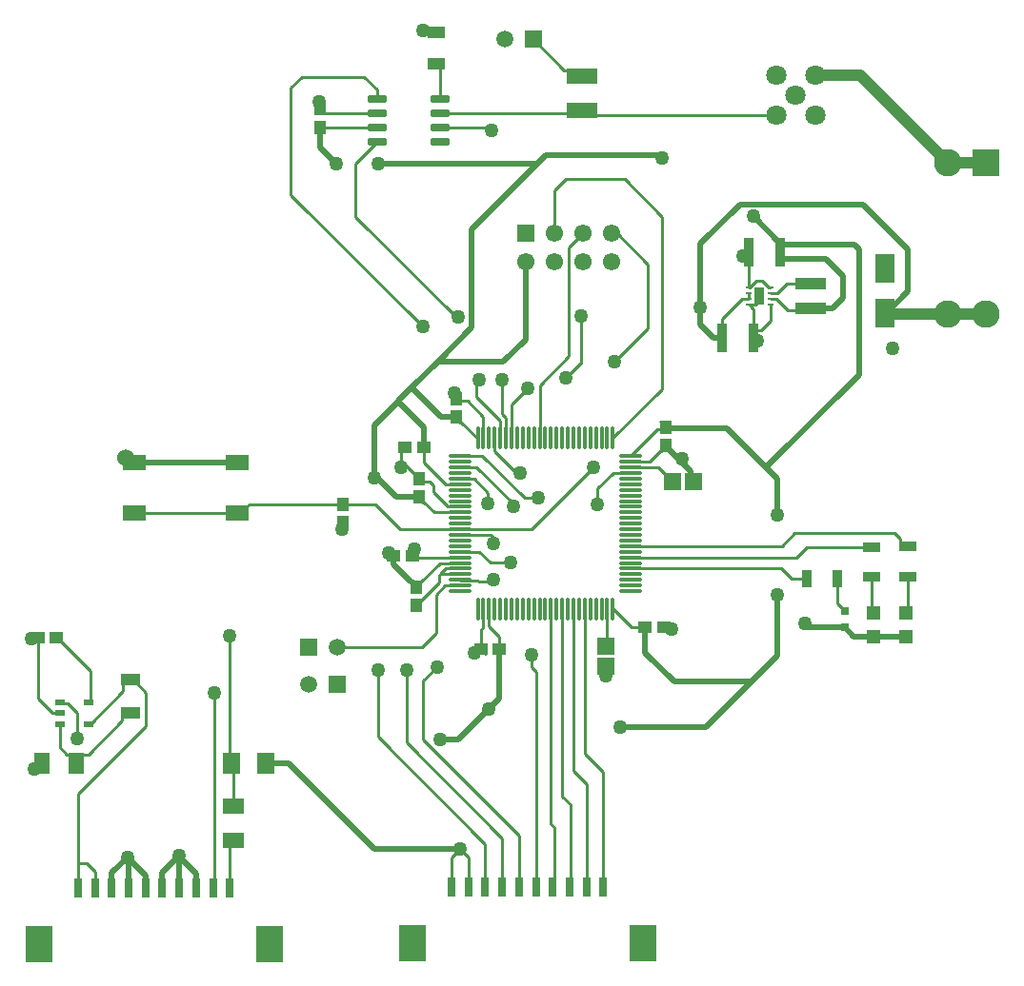
<source format=gbr>
%TF.GenerationSoftware,Altium Limited,Altium Designer,19.1.8 (144)*%
G04 Layer_Physical_Order=1*
G04 Layer_Color=255*
%FSLAX25Y25*%
%MOIN*%
%TF.FileFunction,Copper,L1,Top,Signal*%
%TF.Part,Single*%
G01*
G75*
%TA.AperFunction,Conductor*%
%ADD10C,0.01000*%
%TA.AperFunction,SMDPad,CuDef*%
G04:AMPARAMS|DCode=11|XSize=21.65mil|YSize=31.5mil|CornerRadius=1.95mil|HoleSize=0mil|Usage=FLASHONLY|Rotation=90.000|XOffset=0mil|YOffset=0mil|HoleType=Round|Shape=RoundedRectangle|*
%AMROUNDEDRECTD11*
21,1,0.02165,0.02760,0,0,90.0*
21,1,0.01776,0.03150,0,0,90.0*
1,1,0.00390,0.01380,0.00888*
1,1,0.00390,0.01380,-0.00888*
1,1,0.00390,-0.01380,-0.00888*
1,1,0.00390,-0.01380,0.00888*
%
%ADD11ROUNDEDRECTD11*%
%ADD12R,0.06299X0.03543*%
%ADD13R,0.03543X0.06299*%
%ADD14R,0.04724X0.04724*%
%ADD15R,0.03150X0.03150*%
%ADD16R,0.05315X0.07284*%
%ADD17R,0.07284X0.05315*%
%ADD18R,0.01968X0.01102*%
%ADD19R,0.03543X0.06299*%
%ADD20R,0.03740X0.10236*%
%ADD21R,0.04166X0.04749*%
%ADD22R,0.05924X0.06127*%
%ADD23R,0.04749X0.04166*%
%ADD24O,0.08268X0.01181*%
%ADD25O,0.01181X0.08268*%
%TA.AperFunction,ConnectorPad*%
%ADD26R,0.03150X0.06693*%
%ADD27R,0.09500X0.13000*%
%TA.AperFunction,SMDPad,CuDef*%
%ADD28R,0.06127X0.05924*%
%ADD29R,0.06693X0.09843*%
%ADD30R,0.08268X0.05512*%
%ADD31R,0.10630X0.03937*%
%ADD32R,0.05906X0.07480*%
%ADD33R,0.06693X0.04331*%
%ADD34R,0.11024X0.05709*%
G04:AMPARAMS|DCode=35|XSize=25.59mil|YSize=64.96mil|CornerRadius=1.92mil|HoleSize=0mil|Usage=FLASHONLY|Rotation=90.000|XOffset=0mil|YOffset=0mil|HoleType=Round|Shape=RoundedRectangle|*
%AMROUNDEDRECTD35*
21,1,0.02559,0.06112,0,0,90.0*
21,1,0.02175,0.06496,0,0,90.0*
1,1,0.00384,0.03056,0.01088*
1,1,0.00384,0.03056,-0.01088*
1,1,0.00384,-0.03056,-0.01088*
1,1,0.00384,-0.03056,0.01088*
%
%ADD35ROUNDEDRECTD35*%
%ADD36R,0.06496X0.04331*%
%TA.AperFunction,Conductor*%
%ADD37C,0.01968*%
%ADD38C,0.03937*%
%TA.AperFunction,ComponentPad*%
%ADD39C,0.09646*%
%ADD40R,0.09646X0.09646*%
%ADD41C,0.06102*%
%ADD42R,0.06102X0.06102*%
%ADD43C,0.05906*%
%ADD44R,0.05906X0.05906*%
%TA.AperFunction,ViaPad*%
%ADD45C,0.06000*%
%TA.AperFunction,ComponentPad*%
%ADD46C,0.07087*%
%TA.AperFunction,ViaPad*%
%ADD47C,0.05000*%
%ADD48C,0.01968*%
%ADD49C,0.07087*%
D10*
X173394Y322492D02*
G03*
X171772Y324114I-1622J0D01*
G01*
X62272Y104472D02*
Y108433D01*
X50783Y92984D02*
X62272Y104472D01*
X46161Y87894D02*
Y96752D01*
X46260Y96850D01*
X43012Y100098D02*
X46260Y96850D01*
X93783Y37189D02*
X94095Y37500D01*
X93783Y35531D02*
Y37189D01*
X94095Y37500D02*
Y103740D01*
X52445Y35531D02*
Y41059D01*
X49409Y44094D02*
X52445Y41059D01*
X46539Y44094D02*
X49409D01*
X223835Y82661D02*
X230394Y76102D01*
Y35724D02*
Y76102D01*
X163913Y151335D02*
X180134D01*
X218307Y221752D02*
Y259764D01*
X208087Y211531D02*
X218307Y221752D01*
X208087Y193067D02*
Y211531D01*
X178740Y235433D02*
X179429D01*
X143701Y270472D02*
X178740Y235433D01*
X50783Y100465D02*
Y111520D01*
X39173Y123130D02*
X50783Y111520D01*
X283776Y241516D02*
X285032Y242772D01*
X281291Y245724D02*
Y258193D01*
X283776Y239819D02*
Y241516D01*
X298904Y128224D02*
X300357Y126771D01*
X32520Y101732D02*
Y123224D01*
X37528Y96724D02*
X39760D01*
X32520Y101732D02*
X37528Y96724D01*
X65780Y108433D02*
X70374Y103839D01*
Y92327D02*
Y103839D01*
X46539Y68492D02*
X70374Y92327D01*
X64772Y108433D02*
X65780D01*
X40252Y84748D02*
X42634Y82366D01*
X43618D01*
X45776Y80209D01*
Y79224D02*
Y80209D01*
X40252Y84748D02*
Y92984D01*
X40618Y100098D02*
X43012D01*
X40252Y100465D02*
X40618Y100098D01*
X62272Y108433D02*
X64772D01*
X50291Y92984D02*
X50783D01*
X50122Y82366D02*
X61955Y94199D01*
X47933Y82366D02*
X50122D01*
X329085Y236663D02*
X329173Y236575D01*
X328839Y236909D02*
X329085Y236663D01*
X328985Y236564D02*
X331685Y233864D01*
X328839Y236711D02*
X328985Y236564D01*
X173394Y306724D02*
X221776D01*
X222772Y307720D01*
X233815Y180862D02*
X239976D01*
X228346Y175394D02*
X233815Y180862D01*
X228346Y169882D02*
Y175394D01*
X139272Y169808D02*
X150689D01*
X233268Y264724D02*
X235079D01*
X246063Y253740D01*
X218307Y259764D02*
X223268Y264724D01*
X213268D02*
Y279720D01*
X159449Y182874D02*
Y188154D01*
Y182874D02*
X159905D01*
X160890Y183858D01*
X163897Y180851D01*
X159449Y188154D02*
X161020Y189724D01*
X46539Y44094D02*
Y68492D01*
Y35531D02*
Y44094D01*
X217321Y214274D02*
X222390Y219342D01*
X222441Y219291D01*
Y236024D01*
X285839Y248224D02*
X288339Y245724D01*
X283791Y248224D02*
X285839D01*
X246063Y231516D02*
Y253740D01*
X234272Y219724D02*
X246063Y231516D01*
X237772Y283724D02*
X250984Y270512D01*
Y210374D02*
Y270512D01*
X233677Y193067D02*
X250984Y210374D01*
X191929Y142929D02*
Y143504D01*
X191724Y142724D02*
X191929Y142929D01*
X190945Y149409D02*
X197835D01*
X187051Y153303D02*
X190945Y149409D01*
X180134Y153303D02*
X187051D01*
X191929Y156299D02*
Y158268D01*
X190988Y159209D02*
X191929Y158268D01*
X189055Y35724D02*
Y50906D01*
X151575Y88386D02*
X189055Y50906D01*
X151575Y88386D02*
Y112008D01*
X161417Y86417D02*
X194960Y52874D01*
Y35724D02*
Y52874D01*
X161417Y86417D02*
Y112008D01*
X200866Y35724D02*
Y53858D01*
X167323Y87402D02*
X200866Y53858D01*
X167323Y87402D02*
Y108071D01*
X172244Y112992D01*
X189961Y171063D02*
Y174016D01*
X185083Y178894D02*
X189961Y174016D01*
X180134Y178894D02*
X185083D01*
X186067Y182831D02*
X198819Y170079D01*
Y169095D02*
Y170079D01*
X180134Y182831D02*
X186067D01*
X202756Y172047D02*
X207677D01*
X188035Y186768D02*
X202756Y172047D01*
X180134Y186768D02*
X188035D01*
X205272Y112724D02*
Y117224D01*
X199984Y180724D02*
X201272D01*
X192272Y188437D02*
X199984Y180724D01*
X192272Y188437D02*
Y189329D01*
X100366Y79224D02*
X100772Y78819D01*
X99410Y80181D02*
X100366Y79224D01*
X99410Y80181D02*
Y123819D01*
X186772Y142724D02*
X191724D01*
X180134Y159209D02*
X190988D01*
X173357Y145429D02*
X175326Y147398D01*
X180134D01*
X143701Y289173D02*
X151575Y297047D01*
X143701Y270472D02*
Y289173D01*
X151150Y311724D02*
Y315189D01*
X146653Y319685D02*
X151150Y315189D01*
X125000Y319685D02*
X146653D01*
X121063Y315748D02*
X125000Y319685D01*
X121063Y278346D02*
Y315748D01*
Y278346D02*
X167323Y232087D01*
X194882Y201575D02*
Y212402D01*
Y201575D02*
X196276Y200181D01*
Y193067D02*
Y200181D01*
X186024Y207480D02*
Y212402D01*
Y207480D02*
X194307Y199197D01*
Y193067D02*
Y199197D01*
X198244Y204937D02*
X203740Y210433D01*
X198244Y193067D02*
Y204937D01*
X172772Y220224D02*
X173272Y219724D01*
X192272Y189329D02*
X192304Y189361D01*
Y193032D01*
X192339Y193067D01*
X205272Y112724D02*
X206772Y111224D01*
Y35724D02*
Y111224D01*
X213272Y36319D02*
Y56724D01*
X212677Y35724D02*
X213272Y36319D01*
X212024Y57973D02*
X213272Y56724D01*
X212024Y57973D02*
Y133224D01*
X218772Y35913D02*
Y64724D01*
X218583Y35724D02*
X218772Y35913D01*
X215961Y67535D02*
X218772Y64724D01*
X215961Y67535D02*
Y133224D01*
X219898Y76598D02*
Y133224D01*
Y76598D02*
X224488Y72008D01*
X223835Y82661D02*
Y133224D01*
X224488Y35724D02*
Y72008D01*
X194024Y119224D02*
Y123472D01*
X205224Y161177D02*
X226772Y182724D01*
X180134Y161177D02*
X205224D01*
X217272Y283724D02*
X237772D01*
X213268Y279720D02*
X217272Y283724D01*
X187811Y119224D02*
X189394Y117641D01*
X187520Y119224D02*
X187811D01*
X292284Y258224D02*
Y259354D01*
X293653Y260724D01*
X137272Y119724D02*
X166772D01*
X171772Y124724D02*
Y138224D01*
X166772Y119724D02*
X171772Y124724D01*
X100772Y64228D02*
Y78819D01*
X99689Y51138D02*
X100772Y52220D01*
X99689Y35531D02*
Y51138D01*
X336272Y131858D02*
X336772Y132358D01*
Y144595D01*
X324272Y132358D02*
X324772Y131858D01*
X324272Y132358D02*
Y144409D01*
X312087Y135362D02*
X314772Y132677D01*
X312087Y135362D02*
Y143724D01*
X297272Y159724D02*
X332272D01*
X334250Y157746D01*
Y156496D02*
Y157746D01*
Y156496D02*
X335522Y155224D01*
X336772D01*
X292819Y155272D02*
X297272Y159724D01*
X239976Y155272D02*
X292819D01*
X239976Y151335D02*
X297882D01*
X301587Y155039D01*
X324272D01*
X296272Y143724D02*
X301457D01*
X292598Y147398D02*
X296272Y143724D01*
X239976Y147398D02*
X292598D01*
X298904Y128224D02*
X300772D01*
X186126Y143370D02*
X186772Y142724D01*
X180224Y143370D02*
X186126D01*
X180134Y143461D02*
X180224Y143370D01*
X171772Y138224D02*
X175039Y141492D01*
X180134D01*
X180272Y49224D02*
X183150Y46347D01*
Y35724D02*
Y46347D01*
X177244Y46197D02*
X180272Y49224D01*
X177244Y35724D02*
Y46197D01*
X158686Y205810D02*
Y206139D01*
X260751Y178792D02*
X261818Y177724D01*
X172772Y144843D02*
X173357Y145429D01*
X180134D01*
X172772Y142473D02*
Y144843D01*
X166646Y136347D02*
X172772Y142473D01*
X166355Y136347D02*
X166646D01*
X164772Y134764D02*
X166355Y136347D01*
X164772Y134473D02*
Y134764D01*
X166646Y142851D02*
X173161Y149366D01*
X166355Y142851D02*
X166646D01*
X164772Y141268D02*
X166355Y142851D01*
X173161Y149366D02*
X180134D01*
X163523Y151724D02*
X163913Y151335D01*
X157020Y151724D02*
X157021Y151723D01*
X162897Y142851D02*
X163189D01*
X164772Y140976D02*
Y141268D01*
X150272Y179224D02*
Y180224D01*
X163897Y180851D02*
X164189D01*
X165772Y179268D01*
Y178976D02*
Y179268D01*
X250397Y198851D02*
X250689D01*
X252272Y197268D01*
Y196976D02*
Y197268D01*
X251393Y196097D02*
X251832Y196537D01*
X81772Y46724D02*
X81972Y46524D01*
X63772Y46224D02*
X64256Y45740D01*
X45776Y80209D02*
X47933Y82366D01*
X61955Y94199D02*
Y95350D01*
X63620Y97016D01*
X64772D01*
X170772Y174183D02*
X175869Y169086D01*
X180099D01*
X180134Y169051D01*
X66358Y166866D02*
X102185D01*
X150689Y169808D02*
X159319Y161177D01*
X102185Y166866D02*
X103563D01*
X105819Y169122D01*
Y169390D01*
X106405Y169976D01*
X139272D01*
Y169808D02*
Y169976D01*
X159319Y161177D02*
X180134D01*
X170772Y174183D02*
Y176639D01*
X169686Y177724D02*
X170772Y176639D01*
X281724Y239819D02*
X283776D01*
X281776Y239335D02*
X282784Y238327D01*
X281776Y239335D02*
Y239768D01*
X281724Y239819D02*
X281776Y239768D01*
X281291Y239819D02*
X281724D01*
X282784Y229639D02*
Y238327D01*
X281260Y258224D02*
X281291Y258193D01*
X281776Y246209D02*
X283791Y248224D01*
X281776Y245776D02*
Y246209D01*
X281724Y245724D02*
X281776Y245776D01*
X281291Y245724D02*
X281724D01*
X288339D02*
X288772D01*
X302102Y237724D02*
X302772Y238394D01*
X294965Y237724D02*
X302102D01*
X290902Y241787D02*
X294965Y237724D01*
X288772Y241787D02*
X290902D01*
X291256Y243756D02*
X294555Y247055D01*
X302772D01*
X288772Y243756D02*
X291256D01*
X271760Y234740D02*
X278807Y241787D01*
X271760Y228224D02*
Y234740D01*
X278807Y241787D02*
X281291D01*
Y241870D02*
Y243756D01*
X282784Y229639D02*
X284154Y231009D01*
X285568D01*
X288772Y234213D01*
Y239819D01*
X328839Y236711D02*
Y236909D01*
X290772Y320144D02*
X292419D01*
X325992Y248463D02*
X328839Y251309D01*
Y252658D01*
X173394Y311724D02*
Y322492D01*
X190272Y301724D02*
X191272Y300724D01*
X173394Y301724D02*
X190272D01*
X205772Y332724D02*
X216526Y321970D01*
X220530D01*
X222772Y319728D01*
Y307720D02*
X224268Y306224D01*
X290772D01*
X131272Y301973D02*
X131520Y301724D01*
X151150D01*
X131272Y308308D02*
Y308476D01*
Y308308D02*
X132855Y306724D01*
X151150D01*
X246245Y182831D02*
X246276Y182799D01*
X249651D01*
X252162Y180288D01*
X252263D01*
X254725Y177826D01*
Y177724D02*
Y177826D01*
X239976Y182831D02*
X246245D01*
X249274Y196097D02*
X251393D01*
X239976Y186799D02*
X249274Y196097D01*
X239976Y186768D02*
Y186799D01*
Y184799D02*
X246598D01*
X250397Y188598D01*
X250689D01*
X252272Y190181D01*
X233799Y133102D02*
X240177Y126724D01*
X245020D01*
X231272Y120271D02*
X231709Y120708D01*
Y133224D01*
X187520Y119224D02*
Y125972D01*
X188402Y126854D01*
Y133224D01*
X190370Y127126D02*
X194024Y123472D01*
X190370Y127126D02*
Y133224D01*
X179524Y206224D02*
X182772D01*
X178772Y206976D02*
X179524Y206224D01*
X182772D02*
X188402Y200594D01*
Y193067D02*
Y200594D01*
X178772Y200181D02*
Y200472D01*
Y200181D02*
X180355Y198598D01*
X180646D01*
X186177Y193067D01*
X186433D01*
X175071Y176925D02*
X180134D01*
X167524Y184473D02*
X175071Y176925D01*
X167524Y184473D02*
Y189724D01*
X167024Y177724D02*
X169686D01*
X165772Y178976D02*
X167024Y177724D01*
X175887Y167083D02*
X175887Y167083D01*
X171161Y167083D02*
X175887D01*
X167646Y170598D02*
X171161Y167083D01*
X167355Y170598D02*
X167646D01*
X165772Y172181D02*
X167355Y170598D01*
X165772Y172181D02*
Y172473D01*
X175887Y167083D02*
X180134D01*
D11*
X40252Y100465D02*
D03*
Y96724D02*
D03*
Y92984D02*
D03*
X50291D02*
D03*
Y100465D02*
D03*
D12*
X336772Y155224D02*
D03*
Y144595D02*
D03*
X324272Y155039D02*
D03*
Y144409D02*
D03*
D13*
X301457Y143724D02*
D03*
X312087D02*
D03*
D14*
X336272Y123591D02*
D03*
Y131858D02*
D03*
X324772Y123591D02*
D03*
Y131858D02*
D03*
D15*
X314772Y126771D02*
D03*
Y132677D02*
D03*
D16*
X33768Y79224D02*
D03*
X45776D02*
D03*
D17*
X100772Y64228D02*
D03*
Y52220D02*
D03*
D18*
X281291Y245724D02*
D03*
Y243756D02*
D03*
Y241787D02*
D03*
Y239819D02*
D03*
X288772D02*
D03*
Y241787D02*
D03*
Y243756D02*
D03*
Y245724D02*
D03*
D19*
X285032Y242772D02*
D03*
D20*
X271760Y228224D02*
D03*
X282784D02*
D03*
X292284Y258224D02*
D03*
X281260D02*
D03*
D21*
X131272Y301973D02*
D03*
Y308476D02*
D03*
X165772Y178976D02*
D03*
Y172473D02*
D03*
X252272Y196976D02*
D03*
Y190472D02*
D03*
X178772Y200472D02*
D03*
Y206976D02*
D03*
X164772Y140976D02*
D03*
Y134473D02*
D03*
X139272Y169976D02*
D03*
Y163472D02*
D03*
D22*
X254725Y177724D02*
D03*
X261818D02*
D03*
D23*
X187520Y119224D02*
D03*
X194024D02*
D03*
X157020Y151724D02*
D03*
X163523D02*
D03*
X245020Y126724D02*
D03*
X251523D02*
D03*
X39024Y123224D02*
D03*
X32520D02*
D03*
X167524Y189724D02*
D03*
X161020D02*
D03*
D24*
X180134Y186768D02*
D03*
Y184799D02*
D03*
Y182831D02*
D03*
Y180862D02*
D03*
Y178894D02*
D03*
Y176925D02*
D03*
Y174957D02*
D03*
Y172988D02*
D03*
Y171020D02*
D03*
Y169051D02*
D03*
Y167083D02*
D03*
Y165114D02*
D03*
Y163146D02*
D03*
Y161177D02*
D03*
Y159209D02*
D03*
Y157240D02*
D03*
Y155272D02*
D03*
Y153303D02*
D03*
Y151335D02*
D03*
Y149366D02*
D03*
Y147398D02*
D03*
Y145429D02*
D03*
Y143461D02*
D03*
Y141492D02*
D03*
Y139524D02*
D03*
X239976D02*
D03*
Y141492D02*
D03*
Y143461D02*
D03*
Y145429D02*
D03*
Y147398D02*
D03*
Y149366D02*
D03*
Y151335D02*
D03*
Y153303D02*
D03*
Y155272D02*
D03*
Y157240D02*
D03*
Y159209D02*
D03*
Y161177D02*
D03*
Y163146D02*
D03*
Y165114D02*
D03*
Y167083D02*
D03*
Y169051D02*
D03*
Y171020D02*
D03*
Y172988D02*
D03*
Y174957D02*
D03*
Y176925D02*
D03*
Y178894D02*
D03*
Y180862D02*
D03*
Y182831D02*
D03*
Y184799D02*
D03*
Y186768D02*
D03*
D25*
X186433Y133224D02*
D03*
X188402D02*
D03*
X190370D02*
D03*
X192339D02*
D03*
X194307D02*
D03*
X196276D02*
D03*
X198244D02*
D03*
X200213D02*
D03*
X202181D02*
D03*
X204150D02*
D03*
X206118D02*
D03*
X208087D02*
D03*
X210055D02*
D03*
X212024D02*
D03*
X213992D02*
D03*
X215961D02*
D03*
X217929D02*
D03*
X219898D02*
D03*
X221866D02*
D03*
X223835D02*
D03*
X225803D02*
D03*
X227772D02*
D03*
X229740D02*
D03*
X231709D02*
D03*
X233677D02*
D03*
Y193067D02*
D03*
X231709D02*
D03*
X229740D02*
D03*
X227772D02*
D03*
X225803D02*
D03*
X223835D02*
D03*
X221866D02*
D03*
X219898D02*
D03*
X217929D02*
D03*
X215961D02*
D03*
X213992D02*
D03*
X212024D02*
D03*
X210055D02*
D03*
X208087D02*
D03*
X206118D02*
D03*
X204150D02*
D03*
X202181D02*
D03*
X200213D02*
D03*
X198244D02*
D03*
X196276D02*
D03*
X194307D02*
D03*
X192339D02*
D03*
X190370D02*
D03*
X188402D02*
D03*
X186433D02*
D03*
D26*
X230394Y35724D02*
D03*
X224488D02*
D03*
X218583D02*
D03*
X212677D02*
D03*
X206772D02*
D03*
X200866D02*
D03*
X194960D02*
D03*
X189055D02*
D03*
X183150D02*
D03*
X177244D02*
D03*
X99689Y35531D02*
D03*
X93783D02*
D03*
X87878D02*
D03*
X81972D02*
D03*
X76067D02*
D03*
X70161D02*
D03*
X64256D02*
D03*
X58350D02*
D03*
X52445D02*
D03*
X46539D02*
D03*
D27*
X244169Y16124D02*
D03*
X163469D02*
D03*
X113464Y15931D02*
D03*
X32764D02*
D03*
D28*
X231272Y120271D02*
D03*
Y113178D02*
D03*
D29*
X328839Y236909D02*
D03*
Y252658D02*
D03*
D30*
X66358Y184583D02*
D03*
Y166866D02*
D03*
X102185D02*
D03*
Y184583D02*
D03*
D31*
X302772Y238394D02*
D03*
Y247055D02*
D03*
D32*
X112177Y79224D02*
D03*
X100366D02*
D03*
D33*
X64772Y108433D02*
D03*
Y97016D02*
D03*
D34*
X222772Y307720D02*
D03*
Y319728D02*
D03*
D35*
X173394Y296724D02*
D03*
Y301724D02*
D03*
Y306724D02*
D03*
Y311724D02*
D03*
X151150Y296724D02*
D03*
Y301724D02*
D03*
Y306724D02*
D03*
Y311724D02*
D03*
D36*
X171772Y324114D02*
D03*
Y335335D02*
D03*
D37*
X292272Y255724D02*
X308272D01*
X251832Y196537D02*
X273459D01*
X150272Y180224D02*
X158024Y172473D01*
X292284Y259354D02*
Y261358D01*
X252272Y190181D02*
X260751Y181702D01*
X300357Y126771D02*
X314772D01*
X179646Y87598D02*
X190272Y98224D01*
X173228Y87598D02*
X179646D01*
X329085Y236663D02*
X336910Y244488D01*
X328985Y236564D02*
X329085Y236663D01*
X278091Y275039D02*
X321122D01*
X264272Y261221D02*
X278091Y275039D01*
X264272Y232724D02*
Y261221D01*
X336910Y244488D02*
Y259252D01*
X321122Y275039D02*
X336910Y259252D01*
X282874Y270768D02*
X292284Y261358D01*
X328642Y236221D02*
X328985Y236564D01*
X203268Y227677D02*
Y254724D01*
X195315Y219724D02*
X203268Y227677D01*
X173272Y219724D02*
X195315D01*
X131272Y294713D02*
X136811Y289173D01*
X151575D02*
X206693D01*
X172772Y220224D02*
X184272Y231724D01*
Y266224D01*
X190272Y98224D02*
X194024Y101976D01*
Y119224D01*
X236272Y91724D02*
X266272D01*
X249772Y292224D02*
X250772Y291224D01*
X210272Y292224D02*
X249772D01*
X184272Y266224D02*
X210272Y292224D01*
X293653Y260724D02*
X318272D01*
X131272Y294713D02*
Y301973D01*
X150272Y49224D02*
X180272D01*
X120272Y79224D02*
X150272Y49224D01*
X112177Y79224D02*
X120272D01*
X291272Y166224D02*
Y178724D01*
X287272Y182724D02*
X291272Y178724D01*
Y116724D02*
Y138224D01*
X273459Y196537D02*
X287272Y182724D01*
X282272Y107724D02*
X291272Y116724D01*
X314772Y126771D02*
X317953Y123591D01*
X324772D01*
X336272D01*
X167524Y189724D02*
Y196973D01*
X158686Y205810D02*
X167524Y196973D01*
X173524Y200472D02*
X178772D01*
X163272Y210724D02*
X173524Y200472D01*
X158686Y206139D02*
X163272Y210724D01*
X266272Y91724D02*
X282272Y107724D01*
X255272D02*
X282272D01*
X245020Y117976D02*
X255272Y107724D01*
X245020Y117976D02*
Y126724D01*
X260751Y178792D02*
Y181702D01*
X157021Y148727D02*
Y151723D01*
Y148727D02*
X162897Y142851D01*
X163189D02*
X164772Y141268D01*
X158024Y172473D02*
X165772D01*
X150272Y180224D02*
Y197396D01*
X158686Y205810D01*
X163272Y210724D02*
X172772Y220224D01*
X287272Y182724D02*
X319772Y215224D01*
Y259224D01*
X318272Y260724D02*
X319772Y259224D01*
X314272Y242224D02*
Y249724D01*
X308272Y255724D02*
X314272Y249724D01*
X87878Y35531D02*
Y40618D01*
X81972Y46524D02*
X87878Y40618D01*
X76067Y41020D02*
X81772Y46724D01*
X76067Y35531D02*
Y41020D01*
X81972Y35531D02*
Y46524D01*
X64256Y45740D02*
X70161Y39835D01*
Y35531D02*
Y39835D01*
X64256Y35531D02*
Y45740D01*
X58350Y40803D02*
X63772Y46224D01*
X58350Y35531D02*
Y40803D01*
X66358Y184583D02*
X102185D01*
X264272Y232724D02*
X268772Y228224D01*
X271760D01*
X310441Y238394D02*
X314272Y242224D01*
X302772Y238394D02*
X310441D01*
D38*
X350886Y289606D02*
X364272D01*
X320348Y320144D02*
X350886Y289606D01*
X304691Y320144D02*
X320348D01*
X350886Y236575D02*
X364272D01*
X329173D02*
X350886D01*
D39*
D03*
Y289606D02*
D03*
X364272Y236575D02*
D03*
D40*
Y289606D02*
D03*
D41*
X233268Y254724D02*
D03*
X223268D02*
D03*
X213268D02*
D03*
X203268D02*
D03*
X233268Y264724D02*
D03*
X223268D02*
D03*
X213268D02*
D03*
D42*
X203268D02*
D03*
D43*
X137272Y119724D02*
D03*
X127272Y106724D02*
D03*
X195772Y332724D02*
D03*
D44*
X127272Y119724D02*
D03*
X137272Y106724D02*
D03*
X205772Y332724D02*
D03*
D45*
X63272Y186224D02*
D03*
D46*
X297731Y313184D02*
D03*
X290772Y306224D02*
D03*
Y320144D02*
D03*
X304691Y306224D02*
D03*
Y320144D02*
D03*
D47*
X46161Y87894D02*
D03*
X264075Y238976D02*
D03*
X94095Y103740D02*
D03*
X179429Y235433D02*
D03*
X173228Y87598D02*
D03*
X282874Y270768D02*
D03*
X328839Y252658D02*
D03*
X228346Y169882D02*
D03*
X217321Y214274D02*
D03*
X331496Y224410D02*
D03*
X159449Y182874D02*
D03*
X222441Y236024D02*
D03*
X191929Y143504D02*
D03*
X197835Y149409D02*
D03*
X191929Y156299D02*
D03*
X172244Y112992D02*
D03*
X151575Y112008D02*
D03*
X161417D02*
D03*
X189961Y170079D02*
D03*
X198819Y169095D02*
D03*
X207677Y172047D02*
D03*
X205272Y117224D02*
D03*
X99410Y123819D02*
D03*
X151575Y289173D02*
D03*
X136811D02*
D03*
X167323Y232087D02*
D03*
X194882Y213386D02*
D03*
X187008D02*
D03*
X203740Y210433D02*
D03*
X201272Y180724D02*
D03*
X190272Y98224D02*
D03*
X236272Y91724D02*
D03*
X234272Y219724D02*
D03*
X226772Y182724D02*
D03*
X250772Y291224D02*
D03*
X291272Y166224D02*
D03*
Y138224D02*
D03*
X300772Y128224D02*
D03*
X180272Y49224D02*
D03*
X254272Y126224D02*
D03*
X231272Y109724D02*
D03*
X185272Y117724D02*
D03*
X257772Y185724D02*
D03*
X155272Y152724D02*
D03*
X138772Y161224D02*
D03*
X164272Y154224D02*
D03*
X150272Y179224D02*
D03*
X178272Y208724D02*
D03*
X81772Y46724D02*
D03*
X63772Y46224D02*
D03*
X30272Y122724D02*
D03*
X31272Y77224D02*
D03*
X130772Y310724D02*
D03*
X279272Y256724D02*
D03*
X284272Y227224D02*
D03*
X167272Y335724D02*
D03*
X191272Y300724D02*
D03*
D48*
X285032Y241197D02*
D03*
Y244346D02*
D03*
D49*
X304691Y320144D02*
D03*
Y306224D02*
D03*
X290772Y320144D02*
D03*
Y306224D02*
D03*
X297731Y313184D02*
D03*
%TF.MD5,fbafbea96ca863dd0b459fc750d6ab8e*%
M02*

</source>
